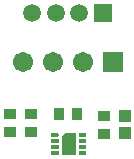
<source format=gbr>
G04*
G04 #@! TF.GenerationSoftware,Altium Limited,Altium Designer,25.0.2 (28)*
G04*
G04 Layer_Color=8388736*
%FSLAX25Y25*%
%MOIN*%
G70*
G04*
G04 #@! TF.SameCoordinates,061776E8-EAF2-49E9-AD8A-D8C15C8D69D4*
G04*
G04*
G04 #@! TF.FilePolarity,Negative*
G04*
G01*
G75*
%ADD18R,0.03556X0.04343*%
%ADD19R,0.04343X0.03950*%
%ADD20R,0.04343X0.03556*%
%ADD21R,0.05950X0.05950*%
%ADD22C,0.05950*%
%ADD23C,0.06706*%
%ADD24R,0.06706X0.06706*%
G36*
X20593Y8039D02*
X20603Y8038D01*
X20614Y8037D01*
X20624Y8035D01*
X20634Y8033D01*
X20643Y8030D01*
X20653Y8026D01*
X20663Y8022D01*
X20672Y8018D01*
X20681Y8013D01*
X20690Y8008D01*
X20698Y8002D01*
X20707Y7995D01*
X20714Y7989D01*
X20722Y7982D01*
X20729Y7974D01*
X20736Y7966D01*
X20742Y7958D01*
X20748Y7950D01*
X20753Y7941D01*
X20758Y7932D01*
X20763Y7923D01*
X20766Y7913D01*
X20770Y7903D01*
X20773Y7893D01*
X20775Y7884D01*
X20777Y7873D01*
X20778Y7863D01*
X20779Y7853D01*
X20779Y7842D01*
Y6858D01*
X20779Y6848D01*
X20778Y6838D01*
X20777Y6827D01*
X20775Y6817D01*
X20773Y6807D01*
X20770Y6797D01*
X20766Y6788D01*
X20763Y6778D01*
X20758Y6769D01*
X20753Y6760D01*
X20748Y6751D01*
X20742Y6743D01*
X20736Y6734D01*
X20729Y6727D01*
X20722Y6719D01*
X20714Y6712D01*
X20707Y6705D01*
X20698Y6699D01*
X20690Y6693D01*
X20681Y6688D01*
X20672Y6683D01*
X20663Y6678D01*
X20653Y6674D01*
X20643Y6671D01*
X20634Y6668D01*
X20624Y6666D01*
X20614Y6664D01*
X20603Y6662D01*
X20593Y6662D01*
X20583Y6661D01*
X18417D01*
X18407Y6662D01*
X18397Y6662D01*
X18386Y6664D01*
X18376Y6666D01*
X18366Y6668D01*
X18357Y6671D01*
X18347Y6674D01*
X18337Y6678D01*
X18328Y6683D01*
X18319Y6688D01*
X18310Y6693D01*
X18302Y6699D01*
X18293Y6705D01*
X18286Y6712D01*
X18278Y6719D01*
X18271Y6727D01*
X18264Y6734D01*
X18258Y6743D01*
X18252Y6751D01*
X18247Y6760D01*
X18242Y6769D01*
X18237Y6778D01*
X18234Y6788D01*
X18230Y6797D01*
X18227Y6807D01*
X18225Y6817D01*
X18223Y6827D01*
X18222Y6838D01*
X18221Y6848D01*
X18221Y6858D01*
Y7842D01*
X18221Y7853D01*
X18222Y7863D01*
X18223Y7873D01*
X18225Y7884D01*
X18227Y7893D01*
X18230Y7903D01*
X18234Y7913D01*
X18237Y7923D01*
X18242Y7932D01*
X18247Y7941D01*
X18252Y7950D01*
X18258Y7958D01*
X18264Y7966D01*
X18271Y7974D01*
X18278Y7982D01*
X18286Y7989D01*
X18293Y7995D01*
X18302Y8002D01*
X18310Y8008D01*
X18319Y8013D01*
X18328Y8018D01*
X18337Y8022D01*
X18347Y8026D01*
X18357Y8030D01*
X18366Y8033D01*
X18376Y8035D01*
X18386Y8037D01*
X18397Y8038D01*
X18407Y8039D01*
X18417Y8039D01*
X20583D01*
X20593Y8039D01*
D02*
G37*
G36*
Y10008D02*
X20603Y10007D01*
X20614Y10006D01*
X20624Y10004D01*
X20634Y10001D01*
X20643Y9998D01*
X20653Y9995D01*
X20663Y9991D01*
X20672Y9986D01*
X20681Y9982D01*
X20690Y9976D01*
X20698Y9970D01*
X20707Y9964D01*
X20714Y9957D01*
X20722Y9950D01*
X20729Y9943D01*
X20736Y9935D01*
X20742Y9927D01*
X20748Y9918D01*
X20753Y9909D01*
X20758Y9900D01*
X20763Y9891D01*
X20766Y9882D01*
X20770Y9872D01*
X20773Y9862D01*
X20775Y9852D01*
X20777Y9842D01*
X20778Y9832D01*
X20779Y9821D01*
X20779Y9811D01*
Y8827D01*
X20779Y8817D01*
X20778Y8806D01*
X20777Y8796D01*
X20775Y8786D01*
X20773Y8776D01*
X20770Y8766D01*
X20766Y8756D01*
X20763Y8747D01*
X20758Y8737D01*
X20753Y8728D01*
X20748Y8720D01*
X20742Y8711D01*
X20736Y8703D01*
X20729Y8695D01*
X20722Y8688D01*
X20714Y8681D01*
X20707Y8674D01*
X20698Y8668D01*
X20690Y8662D01*
X20681Y8656D01*
X20672Y8651D01*
X20663Y8647D01*
X20653Y8643D01*
X20643Y8640D01*
X20634Y8637D01*
X20624Y8634D01*
X20614Y8632D01*
X20603Y8631D01*
X20593Y8630D01*
X20583Y8630D01*
X18417D01*
X18407Y8630D01*
X18397Y8631D01*
X18386Y8632D01*
X18376Y8634D01*
X18366Y8637D01*
X18357Y8640D01*
X18347Y8643D01*
X18337Y8647D01*
X18328Y8651D01*
X18319Y8656D01*
X18310Y8662D01*
X18302Y8668D01*
X18293Y8674D01*
X18286Y8681D01*
X18278Y8688D01*
X18271Y8695D01*
X18264Y8703D01*
X18258Y8711D01*
X18252Y8720D01*
X18247Y8728D01*
X18242Y8737D01*
X18237Y8747D01*
X18234Y8756D01*
X18230Y8766D01*
X18227Y8776D01*
X18225Y8786D01*
X18223Y8796D01*
X18222Y8806D01*
X18221Y8817D01*
X18221Y8827D01*
Y9811D01*
X18221Y9821D01*
X18222Y9832D01*
X18223Y9842D01*
X18225Y9852D01*
X18227Y9862D01*
X18230Y9872D01*
X18234Y9882D01*
X18237Y9891D01*
X18242Y9900D01*
X18247Y9909D01*
X18252Y9918D01*
X18258Y9927D01*
X18264Y9935D01*
X18271Y9943D01*
X18278Y9950D01*
X18286Y9957D01*
X18293Y9964D01*
X18302Y9970D01*
X18310Y9976D01*
X18319Y9982D01*
X18328Y9986D01*
X18337Y9991D01*
X18347Y9995D01*
X18357Y9998D01*
X18366Y10001D01*
X18376Y10004D01*
X18386Y10006D01*
X18397Y10007D01*
X18407Y10008D01*
X18417Y10008D01*
X20583D01*
X20593Y10008D01*
D02*
G37*
G36*
Y11976D02*
X20603Y11975D01*
X20614Y11974D01*
X20624Y11972D01*
X20634Y11970D01*
X20643Y11967D01*
X20653Y11963D01*
X20663Y11959D01*
X20672Y11955D01*
X20681Y11950D01*
X20690Y11945D01*
X20698Y11939D01*
X20707Y11932D01*
X20714Y11926D01*
X20722Y11919D01*
X20729Y11911D01*
X20736Y11903D01*
X20742Y11895D01*
X20748Y11887D01*
X20753Y11878D01*
X20758Y11869D01*
X20763Y11860D01*
X20766Y11850D01*
X20770Y11840D01*
X20773Y11830D01*
X20775Y11821D01*
X20777Y11810D01*
X20778Y11800D01*
X20779Y11790D01*
X20779Y11779D01*
Y10795D01*
X20779Y10785D01*
X20778Y10775D01*
X20777Y10764D01*
X20775Y10754D01*
X20773Y10744D01*
X20770Y10734D01*
X20766Y10725D01*
X20763Y10715D01*
X20758Y10706D01*
X20753Y10697D01*
X20748Y10688D01*
X20742Y10680D01*
X20736Y10671D01*
X20729Y10664D01*
X20722Y10656D01*
X20714Y10649D01*
X20707Y10642D01*
X20698Y10636D01*
X20690Y10630D01*
X20681Y10625D01*
X20672Y10620D01*
X20663Y10615D01*
X20653Y10611D01*
X20643Y10608D01*
X20634Y10605D01*
X20624Y10603D01*
X20614Y10601D01*
X20603Y10599D01*
X20593Y10599D01*
X20583Y10598D01*
X18417D01*
X18407Y10599D01*
X18397Y10599D01*
X18386Y10601D01*
X18376Y10603D01*
X18366Y10605D01*
X18357Y10608D01*
X18347Y10611D01*
X18337Y10615D01*
X18328Y10620D01*
X18319Y10625D01*
X18310Y10630D01*
X18302Y10636D01*
X18293Y10642D01*
X18286Y10649D01*
X18278Y10656D01*
X18271Y10664D01*
X18264Y10671D01*
X18258Y10680D01*
X18252Y10688D01*
X18247Y10697D01*
X18242Y10706D01*
X18237Y10715D01*
X18234Y10725D01*
X18230Y10734D01*
X18227Y10744D01*
X18225Y10754D01*
X18223Y10764D01*
X18222Y10775D01*
X18221Y10785D01*
X18221Y10795D01*
Y11779D01*
X18221Y11790D01*
X18222Y11800D01*
X18223Y11810D01*
X18225Y11821D01*
X18227Y11830D01*
X18230Y11840D01*
X18234Y11850D01*
X18237Y11860D01*
X18242Y11869D01*
X18247Y11878D01*
X18252Y11887D01*
X18258Y11895D01*
X18264Y11903D01*
X18271Y11911D01*
X18278Y11919D01*
X18286Y11926D01*
X18293Y11932D01*
X18302Y11939D01*
X18310Y11945D01*
X18319Y11950D01*
X18328Y11955D01*
X18337Y11959D01*
X18347Y11963D01*
X18357Y11967D01*
X18366Y11970D01*
X18376Y11972D01*
X18386Y11974D01*
X18397Y11975D01*
X18407Y11976D01*
X18417Y11976D01*
X20583D01*
X20593Y11976D01*
D02*
G37*
G36*
X20406Y13944D02*
X20427Y13943D01*
X20447Y13940D01*
X20468Y13936D01*
X20488Y13931D01*
X20507Y13926D01*
X20527Y13919D01*
X20546Y13911D01*
X20565Y13902D01*
X20583Y13892D01*
X20600Y13881D01*
X20617Y13870D01*
X20634Y13857D01*
X20649Y13844D01*
X20664Y13830D01*
X20678Y13815D01*
X20692Y13799D01*
X20704Y13783D01*
X20716Y13766D01*
X20727Y13748D01*
X20737Y13730D01*
X20745Y13711D01*
X20753Y13692D01*
X20760Y13673D01*
X20766Y13653D01*
X20771Y13633D01*
X20775Y13613D01*
X20777Y13592D01*
X20779Y13572D01*
X20779Y13551D01*
Y12961D01*
X20779Y12940D01*
X20777Y12920D01*
X20775Y12899D01*
X20771Y12879D01*
X20766Y12859D01*
X20760Y12839D01*
X20753Y12820D01*
X20745Y12800D01*
X20737Y12782D01*
X20727Y12764D01*
X20716Y12746D01*
X20704Y12729D01*
X20692Y12713D01*
X20678Y12697D01*
X20664Y12682D01*
X20649Y12668D01*
X20634Y12655D01*
X20617Y12642D01*
X20600Y12630D01*
X20583Y12620D01*
X20565Y12610D01*
X20546Y12601D01*
X20527Y12593D01*
X20507Y12586D01*
X20488Y12580D01*
X20468Y12575D01*
X20447Y12572D01*
X20427Y12569D01*
X20406Y12567D01*
X20386Y12567D01*
X18614D01*
X18594Y12567D01*
X18573Y12569D01*
X18553Y12572D01*
X18532Y12575D01*
X18512Y12580D01*
X18493Y12586D01*
X18473Y12593D01*
X18454Y12601D01*
X18435Y12610D01*
X18417Y12620D01*
X18400Y12630D01*
X18383Y12642D01*
X18366Y12655D01*
X18351Y12668D01*
X18336Y12682D01*
X18322Y12697D01*
X18308Y12713D01*
X18296Y12729D01*
X18284Y12746D01*
X18273Y12764D01*
X18263Y12782D01*
X18255Y12800D01*
X18247Y12820D01*
X18240Y12839D01*
X18234Y12859D01*
X18229Y12879D01*
X18225Y12899D01*
X18223Y12920D01*
X18221Y12940D01*
X18221Y12961D01*
Y13551D01*
X18221Y13572D01*
X18223Y13592D01*
X18225Y13613D01*
X18229Y13633D01*
X18234Y13653D01*
X18240Y13673D01*
X18247Y13692D01*
X18255Y13711D01*
X18263Y13730D01*
X18273Y13748D01*
X18284Y13766D01*
X18296Y13783D01*
X18308Y13799D01*
X18322Y13815D01*
X18336Y13830D01*
X18351Y13844D01*
X18366Y13857D01*
X18383Y13870D01*
X18400Y13881D01*
X18417Y13892D01*
X18435Y13902D01*
X18454Y13911D01*
X18473Y13919D01*
X18493Y13926D01*
X18512Y13931D01*
X18532Y13936D01*
X18553Y13940D01*
X18573Y13943D01*
X18594Y13944D01*
X18614Y13945D01*
X20386D01*
X20406Y13944D01*
D02*
G37*
G36*
X29845Y13945D02*
X29855Y13944D01*
X29865Y13942D01*
X29876Y13941D01*
X29886Y13938D01*
X29895Y13935D01*
X29905Y13932D01*
X29915Y13928D01*
X29924Y13923D01*
X29933Y13918D01*
X29942Y13913D01*
X29950Y13907D01*
X29959Y13901D01*
X29966Y13894D01*
X29974Y13887D01*
X29981Y13880D01*
X29988Y13872D01*
X29994Y13864D01*
X30000Y13855D01*
X30005Y13847D01*
X30010Y13837D01*
X30015Y13828D01*
X30018Y13819D01*
X30022Y13809D01*
X30025Y13799D01*
X30027Y13789D01*
X30029Y13779D01*
X30030Y13769D01*
X30031Y13758D01*
X30031Y13748D01*
Y12764D01*
X30031Y12754D01*
X30030Y12743D01*
X30029Y12733D01*
X30027Y12723D01*
X30025Y12713D01*
X30022Y12703D01*
X30018Y12693D01*
X30015Y12684D01*
X30010Y12674D01*
X30005Y12665D01*
X30000Y12657D01*
X29994Y12648D01*
X29988Y12640D01*
X29981Y12632D01*
X29974Y12625D01*
X29966Y12618D01*
X29959Y12611D01*
X29950Y12605D01*
X29942Y12599D01*
X29933Y12593D01*
X29924Y12588D01*
X29915Y12584D01*
X29905Y12580D01*
X29895Y12577D01*
X29886Y12574D01*
X29876Y12571D01*
X29865Y12569D01*
X29855Y12568D01*
X29845Y12567D01*
X29835Y12567D01*
X27669D01*
X27659Y12567D01*
X27649Y12568D01*
X27639Y12569D01*
X27628Y12571D01*
X27618Y12574D01*
X27608Y12577D01*
X27599Y12580D01*
X27589Y12584D01*
X27580Y12588D01*
X27571Y12593D01*
X27562Y12599D01*
X27554Y12605D01*
X27545Y12611D01*
X27538Y12618D01*
X27530Y12625D01*
X27523Y12632D01*
X27516Y12640D01*
X27510Y12648D01*
X27504Y12657D01*
X27499Y12665D01*
X27494Y12674D01*
X27490Y12684D01*
X27485Y12693D01*
X27482Y12703D01*
X27479Y12713D01*
X27477Y12723D01*
X27475Y12733D01*
X27474Y12743D01*
X27473Y12754D01*
X27472Y12764D01*
Y13748D01*
X27473Y13758D01*
X27474Y13769D01*
X27475Y13779D01*
X27477Y13789D01*
X27479Y13799D01*
X27482Y13809D01*
X27485Y13819D01*
X27490Y13828D01*
X27494Y13837D01*
X27499Y13847D01*
X27504Y13855D01*
X27510Y13864D01*
X27516Y13872D01*
X27523Y13880D01*
X27530Y13887D01*
X27538Y13894D01*
X27545Y13901D01*
X27554Y13907D01*
X27562Y13913D01*
X27571Y13918D01*
X27580Y13923D01*
X27589Y13928D01*
X27599Y13932D01*
X27608Y13935D01*
X27618Y13938D01*
X27628Y13941D01*
X27639Y13942D01*
X27649Y13944D01*
X27659Y13945D01*
X27669Y13945D01*
X29835D01*
X29845Y13945D01*
D02*
G37*
G36*
Y11976D02*
X29855Y11975D01*
X29865Y11974D01*
X29876Y11972D01*
X29886Y11970D01*
X29895Y11967D01*
X29905Y11963D01*
X29915Y11959D01*
X29924Y11955D01*
X29933Y11950D01*
X29942Y11945D01*
X29950Y11939D01*
X29959Y11932D01*
X29966Y11926D01*
X29974Y11919D01*
X29981Y11911D01*
X29988Y11903D01*
X29994Y11895D01*
X30000Y11887D01*
X30005Y11878D01*
X30010Y11869D01*
X30015Y11860D01*
X30018Y11850D01*
X30022Y11840D01*
X30025Y11830D01*
X30027Y11821D01*
X30029Y11810D01*
X30030Y11800D01*
X30031Y11790D01*
X30031Y11779D01*
Y10795D01*
X30031Y10785D01*
X30030Y10775D01*
X30029Y10764D01*
X30027Y10754D01*
X30025Y10744D01*
X30022Y10734D01*
X30018Y10725D01*
X30015Y10715D01*
X30010Y10706D01*
X30005Y10697D01*
X30000Y10688D01*
X29994Y10680D01*
X29988Y10671D01*
X29981Y10664D01*
X29974Y10656D01*
X29966Y10649D01*
X29959Y10642D01*
X29950Y10636D01*
X29942Y10630D01*
X29933Y10625D01*
X29924Y10620D01*
X29915Y10615D01*
X29905Y10611D01*
X29895Y10608D01*
X29886Y10605D01*
X29876Y10603D01*
X29865Y10601D01*
X29855Y10599D01*
X29845Y10599D01*
X29835Y10598D01*
X27669D01*
X27659Y10599D01*
X27649Y10599D01*
X27639Y10601D01*
X27628Y10603D01*
X27618Y10605D01*
X27608Y10608D01*
X27599Y10611D01*
X27589Y10615D01*
X27580Y10620D01*
X27571Y10625D01*
X27562Y10630D01*
X27554Y10636D01*
X27545Y10642D01*
X27538Y10649D01*
X27530Y10656D01*
X27523Y10664D01*
X27516Y10671D01*
X27510Y10680D01*
X27504Y10688D01*
X27499Y10697D01*
X27494Y10706D01*
X27490Y10715D01*
X27485Y10725D01*
X27482Y10734D01*
X27479Y10744D01*
X27477Y10754D01*
X27475Y10764D01*
X27474Y10775D01*
X27473Y10785D01*
X27472Y10795D01*
Y11779D01*
X27473Y11790D01*
X27474Y11800D01*
X27475Y11810D01*
X27477Y11821D01*
X27479Y11830D01*
X27482Y11840D01*
X27485Y11850D01*
X27490Y11860D01*
X27494Y11869D01*
X27499Y11878D01*
X27504Y11887D01*
X27510Y11895D01*
X27516Y11903D01*
X27523Y11911D01*
X27530Y11919D01*
X27538Y11926D01*
X27545Y11932D01*
X27554Y11939D01*
X27562Y11945D01*
X27571Y11950D01*
X27580Y11955D01*
X27589Y11959D01*
X27599Y11963D01*
X27608Y11967D01*
X27618Y11970D01*
X27628Y11972D01*
X27639Y11974D01*
X27649Y11975D01*
X27659Y11976D01*
X27669Y11976D01*
X29835D01*
X29845Y11976D01*
D02*
G37*
G36*
Y10008D02*
X29855Y10007D01*
X29865Y10006D01*
X29876Y10004D01*
X29886Y10001D01*
X29895Y9998D01*
X29905Y9995D01*
X29915Y9991D01*
X29924Y9986D01*
X29933Y9982D01*
X29942Y9976D01*
X29950Y9970D01*
X29959Y9964D01*
X29966Y9957D01*
X29974Y9950D01*
X29981Y9943D01*
X29988Y9935D01*
X29994Y9927D01*
X30000Y9918D01*
X30005Y9909D01*
X30010Y9900D01*
X30015Y9891D01*
X30018Y9882D01*
X30022Y9872D01*
X30025Y9862D01*
X30027Y9852D01*
X30029Y9842D01*
X30030Y9832D01*
X30031Y9821D01*
X30031Y9811D01*
Y8827D01*
X30031Y8817D01*
X30030Y8806D01*
X30029Y8796D01*
X30027Y8786D01*
X30025Y8776D01*
X30022Y8766D01*
X30018Y8756D01*
X30015Y8747D01*
X30010Y8737D01*
X30005Y8728D01*
X30000Y8720D01*
X29994Y8711D01*
X29988Y8703D01*
X29981Y8695D01*
X29974Y8688D01*
X29966Y8681D01*
X29959Y8674D01*
X29950Y8668D01*
X29942Y8662D01*
X29933Y8656D01*
X29924Y8651D01*
X29915Y8647D01*
X29905Y8643D01*
X29895Y8640D01*
X29886Y8637D01*
X29876Y8634D01*
X29865Y8632D01*
X29855Y8631D01*
X29845Y8630D01*
X29835Y8630D01*
X27669D01*
X27659Y8630D01*
X27649Y8631D01*
X27639Y8632D01*
X27628Y8634D01*
X27618Y8637D01*
X27608Y8640D01*
X27599Y8643D01*
X27589Y8647D01*
X27580Y8651D01*
X27571Y8656D01*
X27562Y8662D01*
X27554Y8668D01*
X27545Y8674D01*
X27538Y8681D01*
X27530Y8688D01*
X27523Y8695D01*
X27516Y8703D01*
X27510Y8711D01*
X27504Y8720D01*
X27499Y8728D01*
X27494Y8737D01*
X27490Y8747D01*
X27485Y8756D01*
X27482Y8766D01*
X27479Y8776D01*
X27477Y8786D01*
X27475Y8796D01*
X27474Y8806D01*
X27473Y8817D01*
X27472Y8827D01*
Y9811D01*
X27473Y9821D01*
X27474Y9832D01*
X27475Y9842D01*
X27477Y9852D01*
X27479Y9862D01*
X27482Y9872D01*
X27485Y9882D01*
X27490Y9891D01*
X27494Y9900D01*
X27499Y9909D01*
X27504Y9918D01*
X27510Y9927D01*
X27516Y9935D01*
X27523Y9943D01*
X27530Y9950D01*
X27538Y9957D01*
X27545Y9964D01*
X27554Y9970D01*
X27562Y9976D01*
X27571Y9982D01*
X27580Y9986D01*
X27589Y9991D01*
X27599Y9995D01*
X27608Y9998D01*
X27618Y10001D01*
X27628Y10004D01*
X27639Y10006D01*
X27649Y10007D01*
X27659Y10008D01*
X27669Y10008D01*
X29835D01*
X29845Y10008D01*
D02*
G37*
G36*
Y8039D02*
X29855Y8038D01*
X29865Y8037D01*
X29876Y8035D01*
X29886Y8033D01*
X29895Y8030D01*
X29905Y8026D01*
X29915Y8022D01*
X29924Y8018D01*
X29933Y8013D01*
X29942Y8008D01*
X29950Y8002D01*
X29959Y7995D01*
X29966Y7989D01*
X29974Y7982D01*
X29981Y7974D01*
X29988Y7966D01*
X29994Y7958D01*
X30000Y7950D01*
X30005Y7941D01*
X30010Y7932D01*
X30015Y7923D01*
X30018Y7913D01*
X30022Y7903D01*
X30025Y7893D01*
X30027Y7884D01*
X30029Y7873D01*
X30030Y7863D01*
X30031Y7853D01*
X30031Y7842D01*
Y6858D01*
X30031Y6848D01*
X30030Y6838D01*
X30029Y6827D01*
X30027Y6817D01*
X30025Y6807D01*
X30022Y6797D01*
X30018Y6788D01*
X30015Y6778D01*
X30010Y6769D01*
X30005Y6760D01*
X30000Y6751D01*
X29994Y6743D01*
X29988Y6734D01*
X29981Y6727D01*
X29974Y6719D01*
X29966Y6712D01*
X29959Y6705D01*
X29950Y6699D01*
X29942Y6693D01*
X29933Y6688D01*
X29924Y6683D01*
X29915Y6678D01*
X29905Y6674D01*
X29895Y6671D01*
X29886Y6668D01*
X29876Y6666D01*
X29865Y6664D01*
X29855Y6662D01*
X29845Y6662D01*
X29835Y6661D01*
X27669D01*
X27659Y6662D01*
X27649Y6662D01*
X27639Y6664D01*
X27628Y6666D01*
X27618Y6668D01*
X27608Y6671D01*
X27599Y6674D01*
X27589Y6678D01*
X27580Y6683D01*
X27571Y6688D01*
X27562Y6693D01*
X27554Y6699D01*
X27545Y6705D01*
X27538Y6712D01*
X27530Y6719D01*
X27523Y6727D01*
X27516Y6734D01*
X27510Y6743D01*
X27504Y6751D01*
X27499Y6760D01*
X27494Y6769D01*
X27490Y6778D01*
X27485Y6788D01*
X27482Y6797D01*
X27479Y6807D01*
X27477Y6817D01*
X27475Y6827D01*
X27474Y6838D01*
X27473Y6848D01*
X27472Y6858D01*
Y7842D01*
X27473Y7853D01*
X27474Y7863D01*
X27475Y7873D01*
X27477Y7884D01*
X27479Y7893D01*
X27482Y7903D01*
X27485Y7913D01*
X27490Y7923D01*
X27494Y7932D01*
X27499Y7941D01*
X27504Y7950D01*
X27510Y7958D01*
X27516Y7966D01*
X27523Y7974D01*
X27530Y7982D01*
X27538Y7989D01*
X27545Y7995D01*
X27554Y8002D01*
X27562Y8008D01*
X27571Y8013D01*
X27580Y8018D01*
X27589Y8022D01*
X27599Y8026D01*
X27608Y8030D01*
X27618Y8033D01*
X27628Y8035D01*
X27639Y8037D01*
X27649Y8038D01*
X27659Y8039D01*
X27669Y8039D01*
X29835D01*
X29845Y8039D01*
D02*
G37*
G36*
X26115Y14043D02*
X26136Y14041D01*
X26156Y14039D01*
X26176Y14035D01*
X26196Y14030D01*
X26216Y14024D01*
X26236Y14017D01*
X26255Y14009D01*
X26273Y14000D01*
X26291Y13991D01*
X26309Y13980D01*
X26326Y13968D01*
X26342Y13956D01*
X26358Y13942D01*
X26373Y13928D01*
X26387Y13913D01*
X26401Y13897D01*
X26413Y13881D01*
X26425Y13864D01*
X26435Y13847D01*
X26445Y13828D01*
X26454Y13810D01*
X26462Y13791D01*
X26469Y13771D01*
X26475Y13751D01*
X26480Y13732D01*
X26483Y13711D01*
X26486Y13691D01*
X26488Y13670D01*
X26488Y13650D01*
Y6957D01*
X26488Y6936D01*
X26486Y6916D01*
X26483Y6895D01*
X26480Y6875D01*
X26475Y6855D01*
X26469Y6835D01*
X26462Y6816D01*
X26454Y6797D01*
X26445Y6778D01*
X26435Y6760D01*
X26425Y6742D01*
X26413Y6725D01*
X26401Y6709D01*
X26387Y6693D01*
X26373Y6678D01*
X26358Y6664D01*
X26342Y6651D01*
X26326Y6638D01*
X26309Y6627D01*
X26291Y6616D01*
X26273Y6606D01*
X26255Y6597D01*
X26236Y6589D01*
X26216Y6582D01*
X26196Y6576D01*
X26176Y6572D01*
X26156Y6568D01*
X26136Y6565D01*
X26115Y6564D01*
X26094Y6563D01*
X22158D01*
X22137Y6564D01*
X22116Y6565D01*
X22096Y6568D01*
X22076Y6572D01*
X22056Y6576D01*
X22036Y6582D01*
X22016Y6589D01*
X21997Y6597D01*
X21979Y6606D01*
X21961Y6616D01*
X21943Y6627D01*
X21926Y6638D01*
X21910Y6651D01*
X21894Y6664D01*
X21879Y6678D01*
X21865Y6693D01*
X21851Y6709D01*
X21839Y6725D01*
X21827Y6742D01*
X21816Y6760D01*
X21807Y6778D01*
X21798Y6797D01*
X21790Y6816D01*
X21783Y6835D01*
X21777Y6855D01*
X21772Y6875D01*
X21769Y6895D01*
X21766Y6916D01*
X21764Y6936D01*
X21764Y6957D01*
Y12747D01*
X23060Y14043D01*
X26094D01*
X26115Y14043D01*
D02*
G37*
D18*
X21000Y20256D02*
D03*
X26906D02*
D03*
D19*
X42800Y14044D02*
D03*
Y19556D02*
D03*
D20*
X35800Y13747D02*
D03*
Y19653D02*
D03*
X4500Y14303D02*
D03*
Y20209D02*
D03*
X11500Y14303D02*
D03*
Y20209D02*
D03*
D21*
X35600Y54100D02*
D03*
D22*
X27726D02*
D03*
X19852D02*
D03*
X11978D02*
D03*
D23*
X9000Y37500D02*
D03*
X19000D02*
D03*
X29000D02*
D03*
D24*
X39000D02*
D03*
M02*

</source>
